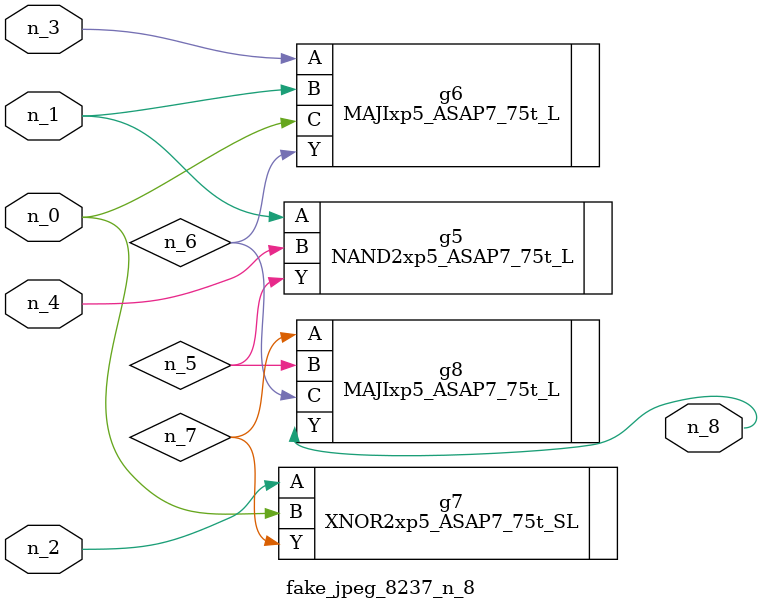
<source format=v>
module fake_jpeg_8237_n_8 (n_3, n_2, n_1, n_0, n_4, n_8);

input n_3;
input n_2;
input n_1;
input n_0;
input n_4;

output n_8;

wire n_6;
wire n_5;
wire n_7;

NAND2xp5_ASAP7_75t_L g5 ( 
.A(n_1),
.B(n_4),
.Y(n_5)
);

MAJIxp5_ASAP7_75t_L g6 ( 
.A(n_3),
.B(n_1),
.C(n_0),
.Y(n_6)
);

XNOR2xp5_ASAP7_75t_SL g7 ( 
.A(n_2),
.B(n_0),
.Y(n_7)
);

MAJIxp5_ASAP7_75t_L g8 ( 
.A(n_7),
.B(n_5),
.C(n_6),
.Y(n_8)
);


endmodule
</source>
